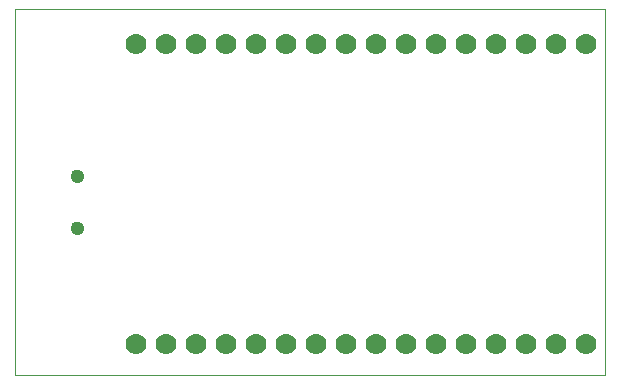
<source format=gbs>
G75*
%MOIN*%
%OFA0B0*%
%FSLAX25Y25*%
%IPPOS*%
%LPD*%
%AMOC8*
5,1,8,0,0,1.08239X$1,22.5*
%
%ADD10C,0.00000*%
%ADD11C,0.04337*%
%ADD12C,0.07000*%
D10*
X0008616Y0001000D02*
X0008616Y0123047D01*
X0205467Y0123047D01*
X0205467Y0001000D01*
X0008616Y0001000D01*
X0027405Y0049907D02*
X0027407Y0049995D01*
X0027413Y0050083D01*
X0027423Y0050171D01*
X0027437Y0050259D01*
X0027454Y0050345D01*
X0027476Y0050431D01*
X0027501Y0050515D01*
X0027531Y0050599D01*
X0027563Y0050681D01*
X0027600Y0050761D01*
X0027640Y0050840D01*
X0027684Y0050917D01*
X0027731Y0050992D01*
X0027781Y0051064D01*
X0027835Y0051135D01*
X0027891Y0051202D01*
X0027951Y0051268D01*
X0028013Y0051330D01*
X0028079Y0051390D01*
X0028146Y0051446D01*
X0028217Y0051500D01*
X0028289Y0051550D01*
X0028364Y0051597D01*
X0028441Y0051641D01*
X0028520Y0051681D01*
X0028600Y0051718D01*
X0028682Y0051750D01*
X0028766Y0051780D01*
X0028850Y0051805D01*
X0028936Y0051827D01*
X0029022Y0051844D01*
X0029110Y0051858D01*
X0029198Y0051868D01*
X0029286Y0051874D01*
X0029374Y0051876D01*
X0029462Y0051874D01*
X0029550Y0051868D01*
X0029638Y0051858D01*
X0029726Y0051844D01*
X0029812Y0051827D01*
X0029898Y0051805D01*
X0029982Y0051780D01*
X0030066Y0051750D01*
X0030148Y0051718D01*
X0030228Y0051681D01*
X0030307Y0051641D01*
X0030384Y0051597D01*
X0030459Y0051550D01*
X0030531Y0051500D01*
X0030602Y0051446D01*
X0030669Y0051390D01*
X0030735Y0051330D01*
X0030797Y0051268D01*
X0030857Y0051202D01*
X0030913Y0051135D01*
X0030967Y0051064D01*
X0031017Y0050992D01*
X0031064Y0050917D01*
X0031108Y0050840D01*
X0031148Y0050761D01*
X0031185Y0050681D01*
X0031217Y0050599D01*
X0031247Y0050515D01*
X0031272Y0050431D01*
X0031294Y0050345D01*
X0031311Y0050259D01*
X0031325Y0050171D01*
X0031335Y0050083D01*
X0031341Y0049995D01*
X0031343Y0049907D01*
X0031341Y0049819D01*
X0031335Y0049731D01*
X0031325Y0049643D01*
X0031311Y0049555D01*
X0031294Y0049469D01*
X0031272Y0049383D01*
X0031247Y0049299D01*
X0031217Y0049215D01*
X0031185Y0049133D01*
X0031148Y0049053D01*
X0031108Y0048974D01*
X0031064Y0048897D01*
X0031017Y0048822D01*
X0030967Y0048750D01*
X0030913Y0048679D01*
X0030857Y0048612D01*
X0030797Y0048546D01*
X0030735Y0048484D01*
X0030669Y0048424D01*
X0030602Y0048368D01*
X0030531Y0048314D01*
X0030459Y0048264D01*
X0030384Y0048217D01*
X0030307Y0048173D01*
X0030228Y0048133D01*
X0030148Y0048096D01*
X0030066Y0048064D01*
X0029982Y0048034D01*
X0029898Y0048009D01*
X0029812Y0047987D01*
X0029726Y0047970D01*
X0029638Y0047956D01*
X0029550Y0047946D01*
X0029462Y0047940D01*
X0029374Y0047938D01*
X0029286Y0047940D01*
X0029198Y0047946D01*
X0029110Y0047956D01*
X0029022Y0047970D01*
X0028936Y0047987D01*
X0028850Y0048009D01*
X0028766Y0048034D01*
X0028682Y0048064D01*
X0028600Y0048096D01*
X0028520Y0048133D01*
X0028441Y0048173D01*
X0028364Y0048217D01*
X0028289Y0048264D01*
X0028217Y0048314D01*
X0028146Y0048368D01*
X0028079Y0048424D01*
X0028013Y0048484D01*
X0027951Y0048546D01*
X0027891Y0048612D01*
X0027835Y0048679D01*
X0027781Y0048750D01*
X0027731Y0048822D01*
X0027684Y0048897D01*
X0027640Y0048974D01*
X0027600Y0049053D01*
X0027563Y0049133D01*
X0027531Y0049215D01*
X0027501Y0049299D01*
X0027476Y0049383D01*
X0027454Y0049469D01*
X0027437Y0049555D01*
X0027423Y0049643D01*
X0027413Y0049731D01*
X0027407Y0049819D01*
X0027405Y0049907D01*
X0027405Y0067230D02*
X0027407Y0067318D01*
X0027413Y0067406D01*
X0027423Y0067494D01*
X0027437Y0067582D01*
X0027454Y0067668D01*
X0027476Y0067754D01*
X0027501Y0067838D01*
X0027531Y0067922D01*
X0027563Y0068004D01*
X0027600Y0068084D01*
X0027640Y0068163D01*
X0027684Y0068240D01*
X0027731Y0068315D01*
X0027781Y0068387D01*
X0027835Y0068458D01*
X0027891Y0068525D01*
X0027951Y0068591D01*
X0028013Y0068653D01*
X0028079Y0068713D01*
X0028146Y0068769D01*
X0028217Y0068823D01*
X0028289Y0068873D01*
X0028364Y0068920D01*
X0028441Y0068964D01*
X0028520Y0069004D01*
X0028600Y0069041D01*
X0028682Y0069073D01*
X0028766Y0069103D01*
X0028850Y0069128D01*
X0028936Y0069150D01*
X0029022Y0069167D01*
X0029110Y0069181D01*
X0029198Y0069191D01*
X0029286Y0069197D01*
X0029374Y0069199D01*
X0029462Y0069197D01*
X0029550Y0069191D01*
X0029638Y0069181D01*
X0029726Y0069167D01*
X0029812Y0069150D01*
X0029898Y0069128D01*
X0029982Y0069103D01*
X0030066Y0069073D01*
X0030148Y0069041D01*
X0030228Y0069004D01*
X0030307Y0068964D01*
X0030384Y0068920D01*
X0030459Y0068873D01*
X0030531Y0068823D01*
X0030602Y0068769D01*
X0030669Y0068713D01*
X0030735Y0068653D01*
X0030797Y0068591D01*
X0030857Y0068525D01*
X0030913Y0068458D01*
X0030967Y0068387D01*
X0031017Y0068315D01*
X0031064Y0068240D01*
X0031108Y0068163D01*
X0031148Y0068084D01*
X0031185Y0068004D01*
X0031217Y0067922D01*
X0031247Y0067838D01*
X0031272Y0067754D01*
X0031294Y0067668D01*
X0031311Y0067582D01*
X0031325Y0067494D01*
X0031335Y0067406D01*
X0031341Y0067318D01*
X0031343Y0067230D01*
X0031341Y0067142D01*
X0031335Y0067054D01*
X0031325Y0066966D01*
X0031311Y0066878D01*
X0031294Y0066792D01*
X0031272Y0066706D01*
X0031247Y0066622D01*
X0031217Y0066538D01*
X0031185Y0066456D01*
X0031148Y0066376D01*
X0031108Y0066297D01*
X0031064Y0066220D01*
X0031017Y0066145D01*
X0030967Y0066073D01*
X0030913Y0066002D01*
X0030857Y0065935D01*
X0030797Y0065869D01*
X0030735Y0065807D01*
X0030669Y0065747D01*
X0030602Y0065691D01*
X0030531Y0065637D01*
X0030459Y0065587D01*
X0030384Y0065540D01*
X0030307Y0065496D01*
X0030228Y0065456D01*
X0030148Y0065419D01*
X0030066Y0065387D01*
X0029982Y0065357D01*
X0029898Y0065332D01*
X0029812Y0065310D01*
X0029726Y0065293D01*
X0029638Y0065279D01*
X0029550Y0065269D01*
X0029462Y0065263D01*
X0029374Y0065261D01*
X0029286Y0065263D01*
X0029198Y0065269D01*
X0029110Y0065279D01*
X0029022Y0065293D01*
X0028936Y0065310D01*
X0028850Y0065332D01*
X0028766Y0065357D01*
X0028682Y0065387D01*
X0028600Y0065419D01*
X0028520Y0065456D01*
X0028441Y0065496D01*
X0028364Y0065540D01*
X0028289Y0065587D01*
X0028217Y0065637D01*
X0028146Y0065691D01*
X0028079Y0065747D01*
X0028013Y0065807D01*
X0027951Y0065869D01*
X0027891Y0065935D01*
X0027835Y0066002D01*
X0027781Y0066073D01*
X0027731Y0066145D01*
X0027684Y0066220D01*
X0027640Y0066297D01*
X0027600Y0066376D01*
X0027563Y0066456D01*
X0027531Y0066538D01*
X0027501Y0066622D01*
X0027476Y0066706D01*
X0027454Y0066792D01*
X0027437Y0066878D01*
X0027423Y0066966D01*
X0027413Y0067054D01*
X0027407Y0067142D01*
X0027405Y0067230D01*
D11*
X0029374Y0067230D03*
X0029374Y0049907D03*
D12*
X0048941Y0011256D03*
X0058941Y0011256D03*
X0068941Y0011256D03*
X0078941Y0011256D03*
X0088941Y0011256D03*
X0098941Y0011256D03*
X0108941Y0011256D03*
X0118941Y0011256D03*
X0128941Y0011256D03*
X0138941Y0011256D03*
X0148941Y0011256D03*
X0158941Y0011256D03*
X0168941Y0011256D03*
X0178941Y0011256D03*
X0188941Y0011256D03*
X0198941Y0011256D03*
X0198941Y0111256D03*
X0188941Y0111256D03*
X0178941Y0111256D03*
X0168941Y0111256D03*
X0158941Y0111256D03*
X0148941Y0111256D03*
X0138941Y0111256D03*
X0128941Y0111256D03*
X0118941Y0111256D03*
X0108941Y0111256D03*
X0098941Y0111256D03*
X0088941Y0111256D03*
X0078941Y0111256D03*
X0068941Y0111256D03*
X0058941Y0111256D03*
X0048941Y0111256D03*
M02*

</source>
